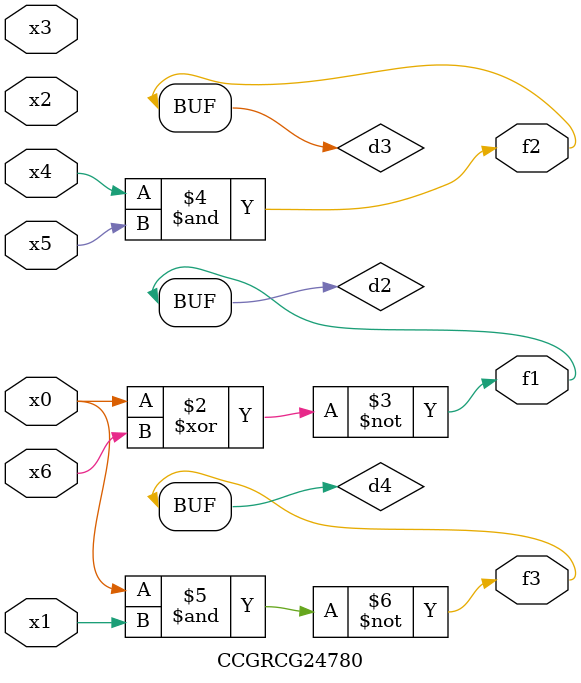
<source format=v>
module CCGRCG24780(
	input x0, x1, x2, x3, x4, x5, x6,
	output f1, f2, f3
);

	wire d1, d2, d3, d4;

	nor (d1, x0);
	xnor (d2, x0, x6);
	and (d3, x4, x5);
	nand (d4, x0, x1);
	assign f1 = d2;
	assign f2 = d3;
	assign f3 = d4;
endmodule

</source>
